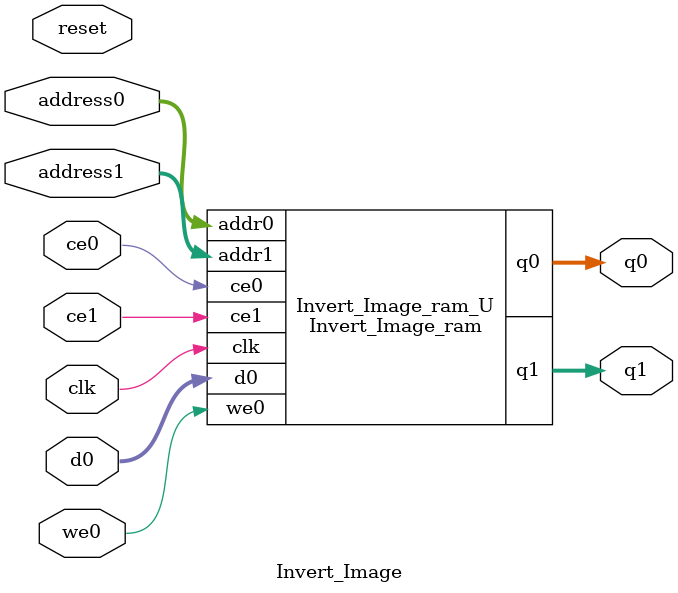
<source format=v>
`timescale 1 ns / 1 ps
module Invert_Image_ram (addr0, ce0, d0, we0, q0, addr1, ce1, q1,  clk);

parameter DWIDTH = 32;
parameter AWIDTH = 13;
parameter MEM_SIZE = 5000;

input[AWIDTH-1:0] addr0;
input ce0;
input[DWIDTH-1:0] d0;
input we0;
output reg[DWIDTH-1:0] q0;
input[AWIDTH-1:0] addr1;
input ce1;
output reg[DWIDTH-1:0] q1;
input clk;

reg [DWIDTH-1:0] ram[0:MEM_SIZE-1];




always @(posedge clk)  
begin 
    if (ce0) begin
        if (we0) 
            ram[addr0] <= d0; 
        q0 <= ram[addr0];
    end
end


always @(posedge clk)  
begin 
    if (ce1) begin
        q1 <= ram[addr1];
    end
end


endmodule

`timescale 1 ns / 1 ps
module Invert_Image(
    reset,
    clk,
    address0,
    ce0,
    we0,
    d0,
    q0,
    address1,
    ce1,
    q1);

parameter DataWidth = 32'd32;
parameter AddressRange = 32'd5000;
parameter AddressWidth = 32'd13;
input reset;
input clk;
input[AddressWidth - 1:0] address0;
input ce0;
input we0;
input[DataWidth - 1:0] d0;
output[DataWidth - 1:0] q0;
input[AddressWidth - 1:0] address1;
input ce1;
output[DataWidth - 1:0] q1;



Invert_Image_ram Invert_Image_ram_U(
    .clk( clk ),
    .addr0( address0 ),
    .ce0( ce0 ),
    .we0( we0 ),
    .d0( d0 ),
    .q0( q0 ),
    .addr1( address1 ),
    .ce1( ce1 ),
    .q1( q1 ));

endmodule


</source>
